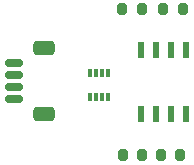
<source format=gbr>
%TF.GenerationSoftware,KiCad,Pcbnew,(6.0.0)*%
%TF.CreationDate,2022-07-24T20:05:13-05:00*%
%TF.ProjectId,DriveByWireMrSensor,44726976-6542-4795-9769-72654d725365,rev?*%
%TF.SameCoordinates,Original*%
%TF.FileFunction,Paste,Bot*%
%TF.FilePolarity,Positive*%
%FSLAX46Y46*%
G04 Gerber Fmt 4.6, Leading zero omitted, Abs format (unit mm)*
G04 Created by KiCad (PCBNEW (6.0.0)) date 2022-07-24 20:05:13*
%MOMM*%
%LPD*%
G01*
G04 APERTURE LIST*
G04 Aperture macros list*
%AMRoundRect*
0 Rectangle with rounded corners*
0 $1 Rounding radius*
0 $2 $3 $4 $5 $6 $7 $8 $9 X,Y pos of 4 corners*
0 Add a 4 corners polygon primitive as box body*
4,1,4,$2,$3,$4,$5,$6,$7,$8,$9,$2,$3,0*
0 Add four circle primitives for the rounded corners*
1,1,$1+$1,$2,$3*
1,1,$1+$1,$4,$5*
1,1,$1+$1,$6,$7*
1,1,$1+$1,$8,$9*
0 Add four rect primitives between the rounded corners*
20,1,$1+$1,$2,$3,$4,$5,0*
20,1,$1+$1,$4,$5,$6,$7,0*
20,1,$1+$1,$6,$7,$8,$9,0*
20,1,$1+$1,$8,$9,$2,$3,0*%
G04 Aperture macros list end*
%ADD10RoundRect,0.200000X-0.200000X-0.275000X0.200000X-0.275000X0.200000X0.275000X-0.200000X0.275000X0*%
%ADD11RoundRect,0.200000X0.200000X0.275000X-0.200000X0.275000X-0.200000X-0.275000X0.200000X-0.275000X0*%
%ADD12R,0.300000X0.750000*%
%ADD13R,0.533400X1.460500*%
%ADD14RoundRect,0.150000X0.625000X-0.150000X0.625000X0.150000X-0.625000X0.150000X-0.625000X-0.150000X0*%
%ADD15RoundRect,0.250000X0.650000X-0.350000X0.650000X0.350000X-0.650000X0.350000X-0.650000X-0.350000X0*%
G04 APERTURE END LIST*
D10*
%TO.C,R4*%
X100035000Y-72970000D03*
X101685000Y-72970000D03*
%TD*%
D11*
%TO.C,R1*%
X104975000Y-85350000D03*
X103325000Y-85350000D03*
%TD*%
%TO.C,R3*%
X105173000Y-72980000D03*
X103523000Y-72980000D03*
%TD*%
D12*
%TO.C,U1*%
X98830000Y-80410000D03*
X98330000Y-80410000D03*
X97830000Y-80410000D03*
X97330000Y-80410000D03*
X97330000Y-78410000D03*
X97830000Y-78410000D03*
X98330000Y-78410000D03*
X98830000Y-78410000D03*
%TD*%
D13*
%TO.C,U2*%
X101645000Y-76425850D03*
X102915000Y-76425850D03*
X104185000Y-76425850D03*
X105455000Y-76425850D03*
X105455000Y-81874150D03*
X104185000Y-81874150D03*
X102915000Y-81874150D03*
X101645000Y-81874150D03*
%TD*%
D10*
%TO.C,R2*%
X100095000Y-85310000D03*
X101745000Y-85310000D03*
%TD*%
D14*
%TO.C,J1*%
X90865000Y-80530000D03*
X90865000Y-79530000D03*
X90865000Y-78530000D03*
X90865000Y-77530000D03*
D15*
X93390000Y-81830000D03*
X93390000Y-76230000D03*
%TD*%
M02*

</source>
